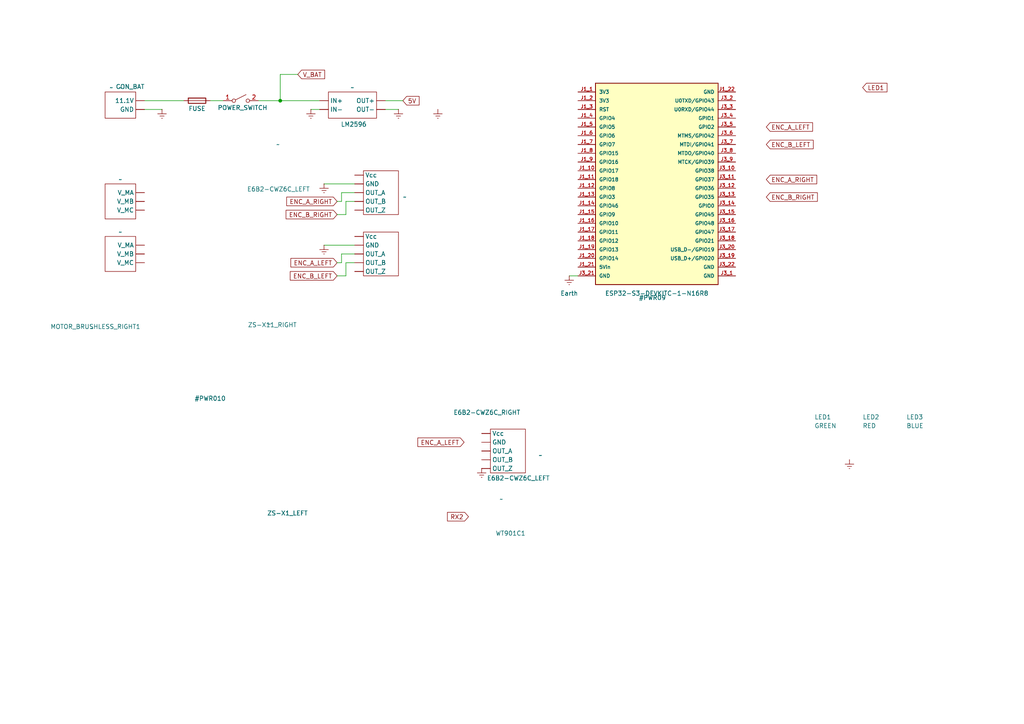
<source format=kicad_sch>
(kicad_sch (version 20250114) (generator "eeschema") (generator_version "9.0")
  (paper "A4")
  (lib_symbols
    (symbol "BRUSHLESS_MOTOR_1"
      (property "Reference" "BRUSHLESS_MOTOR" (at 0 0 0))
      (symbol "BRUSHLESS_MOTOR_1_0_1"
        (rectangle (start -5.08 -1.27) (end 3.81 -11.43))
      )
      (symbol "BRUSHLESS_MOTOR_1_1_1"
        (pin power_in line (at 6.35 -3.81 180) (length 2.54) (name "V_MA") (number ""))
        (pin power_in line (at 6.35 -6.35 180) (length 2.54) (name "V_MB") (number ""))
        (pin power_in line (at 6.35 -8.89 180) (length 2.54) (name "V_MC") (number ""))
      )
    )
    (symbol "Device:Fuse" (pin_numbers (hide yes)) (pin_names (offset 0))
      (property "Reference" "F" (at 2.032 0 90))
      (property "Value" "Fuse" (at -1.905 0 90))
      (symbol "Fuse_0_1"
        (rectangle (start -0.762 -2.54) (end 0.762 2.54) (stroke (width 0.254)))
        (polyline (pts (xy 0 2.54) (xy 0 -2.54)))
      )
      (symbol "Fuse_1_1"
        (pin passive line (at 0 3.81 270) (length 1.27) (name "~") (number "1"))
        (pin passive line (at 0 -3.81 90) (length 1.27) (name "~") (number "2"))
      )
    )
    (symbol "E6B2-CWZ6C_1"
      (property "Reference" "E6B2-CWZ6C" (at -0.254 0.254 0))
      (property "Value" "~" (at 0 0 0))
      (symbol "E6B2-CWZ6C_1_0_1"
        (rectangle (start -5.08 -1.27) (end 5.08 -13.97))
      )
      (symbol "E6B2-CWZ6C_1_1_1"
        (pin power_in line (at -7.62 -2.54 0) (length 2.54) (name "Vcc") (number ""))
        (pin power_in line (at -7.62 -5.08 0) (length 2.54) (name "GND") (number ""))
        (pin output line (at -7.62 -7.62 0) (length 2.54) (name "OUT_A") (number ""))
        (pin output line (at -7.62 -10.16 0) (length 2.54) (name "OUT_B") (number ""))
        (pin output line (at -7.62 -12.7 0) (length 2.54) (name "OUT_Z") (number ""))
      )
    )
    (symbol "ESP32-S3-DEVKITC-1-N8R2:ESP32-S3-DEVKITC-1-N16R8" (pin_names (offset 1.016))
      (property "Reference" "U" (at -17.78 35.56 0))
      (property "Value" "ESP32-S3-DEVKITC-1-N16R8" (at -14.224 -28.956 0))
      (symbol "ESP32-S3-DEVKITC-1-N16R8_0_0"
        (rectangle (start -17.78 33.02) (end 17.78 -25.4) (stroke (width 0.254)) (fill (type background)))
        (pin power_in line (at -22.86 30.48 0) (length 5.08) (name "3V3") (number "J1_1"))
        (pin power_in line (at -22.86 27.94 0) (length 5.08) (name "3V3") (number "J1_2"))
        (pin input line (at -22.86 25.4 0) (length 5.08) (name "RST") (number "J1_3"))
        (pin bidirectional line (at -22.86 22.86 0) (length 5.08) (name "GPIO4") (number "J1_4"))
        (pin bidirectional line (at -22.86 20.32 0) (length 5.08) (name "GPIO5") (number "J1_5"))
        (pin bidirectional line (at -22.86 17.78 0) (length 5.08) (name "GPIO6") (number "J1_6"))
        (pin bidirectional line (at -22.86 15.24 0) (length 5.08) (name "GPIO7") (number "J1_7"))
        (pin bidirectional line (at -22.86 12.7 0) (length 5.08) (name "GPIO15") (number "J1_8"))
        (pin bidirectional line (at -22.86 10.16 0) (length 5.08) (name "GPIO16") (number "J1_9"))
        (pin bidirectional line (at -22.86 7.62 0) (length 5.08) (name "GPIO17") (number "J1_10"))
        (pin bidirectional line (at -22.86 5.08 0) (length 5.08) (name "GPIO18") (number "J1_11"))
        (pin bidirectional line (at -22.86 2.54 0) (length 5.08) (name "GPIO8") (number "J1_12"))
        (pin bidirectional line (at -22.86 0 0) (length 5.08) (name "GPIO3") (number "J1_13"))
        (pin bidirectional line (at -22.86 -2.54 0) (length 5.08) (name "GPIO46") (number "J1_14"))
        (pin bidirectional line (at -22.86 -5.08 0) (length 5.08) (name "GPIO9") (number "J1_15"))
        (pin bidirectional line (at -22.86 -7.62 0) (length 5.08) (name "GPIO10") (number "J1_16"))
        (pin bidirectional line (at -22.86 -10.16 0) (length 5.08) (name "GPIO11") (number "J1_17"))
        (pin bidirectional line (at -22.86 -12.7 0) (length 5.08) (name "GPIO12") (number "J1_18"))
        (pin bidirectional line (at -22.86 -15.24 0) (length 5.08) (name "GPIO13") (number "J1_19"))
        (pin bidirectional line (at -22.86 -17.78 0) (length 5.08) (name "GPIO14") (number "J1_20"))
        (pin power_in line (at -22.86 -22.86 0) (length 5.08) (name "GND") (number "J3_21"))
        (pin power_in line (at 22.86 30.48 180) (length 5.08) (name "GND") (number "J1_22"))
        (pin bidirectional line (at 22.86 27.94 180) (length 5.08) (name "U0TXD/GPIO43") (number "J3_2"))
        (pin bidirectional line (at 22.86 25.4 180) (length 5.08) (name "U0RXD/GPIO44") (number "J3_3"))
        (pin bidirectional line (at 22.86 22.86 180) (length 5.08) (name "GPIO1") (number "J3_4"))
        (pin bidirectional line (at 22.86 20.32 180) (length 5.08) (name "GPIO2") (number "J3_5"))
        (pin bidirectional line (at 22.86 17.78 180) (length 5.08) (name "MTMS/GPIO42") (number "J3_6"))
        (pin bidirectional line (at 22.86 15.24 180) (length 5.08) (name "MTDI/GPIO41") (number "J3_7"))
        (pin bidirectional line (at 22.86 12.7 180) (length 5.08) (name "MTDO/GPIO40") (number "J3_8"))
        (pin bidirectional line (at 22.86 10.16 180) (length 5.08) (name "MTCK/GPIO39") (number "J3_9"))
        (pin bidirectional line (at 22.86 7.62 180) (length 5.08) (name "GPIO38") (number "J3_10"))
        (pin bidirectional line (at 22.86 5.08 180) (length 5.08) (name "GPIO37") (number "J3_11"))
        (pin bidirectional line (at 22.86 2.54 180) (length 5.08) (name "GPIO36") (number "J3_12"))
        (pin bidirectional line (at 22.86 0 180) (length 5.08) (name "GPIO35") (number "J3_13"))
        (pin bidirectional line (at 22.86 -2.54 180) (length 5.08) (name "GPIO0") (number "J3_14"))
        (pin bidirectional line (at 22.86 -5.08 180) (length 5.08) (name "GPIO45") (number "J3_15"))
        (pin bidirectional line (at 22.86 -7.62 180) (length 5.08) (name "GPIO48") (number "J3_16"))
        (pin bidirectional line (at 22.86 -10.16 180) (length 5.08) (name "GPIO47") (number "J3_17"))
        (pin bidirectional line (at 22.86 -12.7 180) (length 5.08) (name "GPIO21") (number "J3_18"))
        (pin bidirectional line (at 22.86 -15.24 180) (length 5.08) (name "USB_D-/GPIO19") (number "J3_20"))
        (pin bidirectional line (at 22.86 -17.78 180) (length 5.08) (name "USB_D+/GPIO20") (number "J3_19"))
        (pin power_in line (at 22.86 -20.32 180) (length 5.08) (name "GND") (number "J3_22"))
        (pin power_in line (at 22.86 -22.86 180) (length 5.08) (name "GND") (number "J3_1"))
      )
      (symbol "ESP32-S3-DEVKITC-1-N16R8_1_0"
        (pin power_in line (at -22.86 -20.32 0) (length 5.08) (name "5Vin") (number "J1_21"))
      )
    )
    (symbol "Switch:SW_DPST_x2" (pin_names (offset 0) (hide yes))
      (property "Reference" "SW" (at 0 3.175 0))
      (property "Value" "SW_DPST_x2" (at 0 -2.54 0))
      (symbol "SW_DPST_x2_0_0"
        (circle (center -2.032 0) (radius 0.508))
        (polyline (pts (xy -1.524 0.254) (xy 1.524 1.778)))
        (circle (center 2.032 0) (radius 0.508))
      )
      (symbol "SW_DPST_x2_1_1"
        (pin passive line (at -5.08 0 0) (length 2.54) (name "A") (number "1"))
        (pin passive line (at 5.08 0 180) (length 2.54) (name "B") (number "2"))
      )
      (symbol "SW_DPST_x2_2_1"
        (pin passive line (at -5.08 0 0) (length 2.54) (name "A") (number "3"))
        (pin passive line (at 5.08 0 180) (length 2.54) (name "B") (number "4"))
      )
    )
    (symbol "mario:BRUSHLESS_MOTOR"
      (property "Reference" "BRUSHLESS_MOTOR" (at 0 0 0))
      (symbol "BRUSHLESS_MOTOR_0_1"
        (rectangle (start -5.08 -1.27) (end 3.81 -11.43))
      )
      (symbol "BRUSHLESS_MOTOR_1_1"
        (pin power_in line (at 6.35 -3.81 180) (length 2.54) (name "V_MA") (number ""))
        (pin power_in line (at 6.35 -6.35 180) (length 2.54) (name "V_MB") (number ""))
        (pin power_in line (at 6.35 -8.89 180) (length 2.54) (name "V_MC") (number ""))
      )
    )
    (symbol "mario:CON_BAT"
      (property "Reference" "CON_BAT" (at 0 0 0))
      (symbol "CON_BAT_0_1"
        (rectangle (start -5.08 -1.27) (end 3.81 -8.89))
      )
      (symbol "CON_BAT_1_1"
        (pin power_in line (at 6.35 -3.81 180) (length 2.54) (name "11.1V") (number ""))
        (pin power_in line (at 6.35 -6.35 180) (length 2.54) (name "GND") (number ""))
      )
    )
    (symbol "mario:E6B2-CWZ6C"
      (property "Reference" "E6B2-CWZ6C" (at -0.254 0.254 0))
      (property "Value" "~" (at 0 0 0))
      (symbol "E6B2-CWZ6C_0_1"
        (rectangle (start -5.08 -1.27) (end 5.08 -13.97))
      )
      (symbol "E6B2-CWZ6C_1_1"
        (pin power_in line (at -7.62 -2.54 0) (length 2.54) (name "Vcc") (number ""))
        (pin power_in line (at -7.62 -5.08 0) (length 2.54) (name "GND") (number ""))
        (pin output line (at -7.62 -7.62 0) (length 2.54) (name "OUT_A") (number ""))
        (pin output line (at -7.62 -10.16 0) (length 2.54) (name "OUT_B") (number ""))
        (pin output line (at -7.62 -12.7 0) (length 2.54) (name "OUT_Z") (number ""))
      )
    )
    (symbol "mario:LM295"
      (property "Reference" "LM295" (at 2.032 -1.524 0))
      (symbol "LM295_0_1"
        (rectangle (start -5.08 -2.54) (end 8.89 -10.16))
      )
      (symbol "LM295_1_1"
        (pin power_in line (at -7.62 -5.08 0) (length 2.54) (name "IN+") (number ""))
        (pin power_in line (at -7.62 -7.62 0) (length 2.54) (name "IN-") (number ""))
        (pin power_in line (at 11.43 -5.08 180) (length 2.54) (name "OUT+") (number ""))
        (pin power_in line (at 11.43 -7.62 180) (length 2.54) (name "OUT-") (number ""))
      )
    )
    (symbol "power:Earth" (power) (pin_numbers (hide yes)) (pin_names (offset 0) (hide yes))
      (property "Value" "Earth" (at 0 -3.81 0))
      (symbol "Earth_0_1"
        (polyline (pts (xy -0.635 -1.905) (xy 0.635 -1.905)))
        (polyline (pts (xy -0.127 -2.54) (xy 0.127 -2.54)))
        (polyline (pts (xy 0 -1.27) (xy 0 0)))
        (polyline (pts (xy 1.27 -1.27) (xy -1.27 -1.27)))
      )
      (symbol "Earth_1_1"
        (pin power_in line (at 0 0 270) (length 0) (name "~") (number "1"))
      )
    )
  )
  (junction (at 81.28 29.21))
  (wire (pts (xy 86.36 21.59) (xy 81.28 21.59)))
  (wire (pts (xy 99.06 73.66) (xy 102.87 73.66)))
  (wire (pts (xy 102.87 58.42) (xy 100.33 58.42)))
  (wire (pts (xy 81.28 21.59) (xy 81.28 29.21)))
  (wire (pts (xy 100.33 58.42) (xy 100.33 62.23)))
  (wire (pts (xy 93.98 53.34) (xy 102.87 53.34)))
  (wire (pts (xy 41.91 31.75) (xy 46.99 31.75)))
  (wire (pts (xy 74.93 29.21) (xy 81.28 29.21)))
  (wire (pts (xy 90.17 31.75) (xy 92.71 31.75)))
  (wire (pts (xy 99.06 55.88) (xy 102.87 55.88)))
  (wire (pts (xy 41.91 29.21) (xy 53.34 29.21)))
  (wire (pts (xy 100.33 76.2) (xy 100.33 80.01)))
  (wire (pts (xy 93.98 71.12) (xy 102.87 71.12)))
  (wire (pts (xy 97.79 80.01) (xy 100.33 80.01)))
  (wire (pts (xy 100.33 62.23) (xy 97.79 62.23)))
  (wire (pts (xy 111.76 29.21) (xy 116.84 29.21)))
  (wire (pts (xy 97.79 76.2) (xy 99.06 76.2)))
  (wire (pts (xy 102.87 76.2) (xy 100.33 76.2)))
  (wire (pts (xy 111.76 31.75) (xy 115.57 31.75)))
  (wire (pts (xy 60.96 29.21) (xy 64.77 29.21)))
  (wire (pts (xy 81.28 29.21) (xy 92.71 29.21)))
  (wire (pts (xy 99.06 58.42) (xy 99.06 55.88)))
  (wire (pts (xy 165.1 80.01) (xy 167.64 80.01)))
  (wire (pts (xy 97.79 58.42) (xy 99.06 58.42)))
  (wire (pts (xy 99.06 76.2) (xy 99.06 73.66)))
  (global_label "ENC_A_LEFT" (shape input) (at 97.79 76.2 180) (property "Intersheetrefs" "${INTERSHEET_REFS}" (effects (hide yes))))
  (global_label "ENC_A_RIGHT" (shape input) (at 222.25 52.07 0) (property "Intersheetrefs" "${INTERSHEET_REFS}" (effects (hide yes))))
  (global_label "ENC_B_LEFT" (shape input) (at 97.79 80.01 180) (property "Intersheetrefs" "${INTERSHEET_REFS}" (effects (hide yes))))
  (global_label "5V" (shape input) (at 116.84 29.21 0) (property "Intersheetrefs" "${INTERSHEET_REFS}" (effects (hide yes))))
  (global_label "V_BAT" (shape input) (at 86.36 21.59 0) (property "Intersheetrefs" "${INTERSHEET_REFS}" (effects (hide yes))))
  (global_label "ENC_A_RIGHT" (shape input) (at 97.79 58.42 180) (property "Intersheetrefs" "${INTERSHEET_REFS}" (effects (hide yes))))
  (global_label "ENC_B_RIGHT" (shape input) (at 97.79 62.23 180) (property "Intersheetrefs" "${INTERSHEET_REFS}" (effects (hide yes))))
  (global_label "ENC_A_LEFT" (shape input) (at 222.25 36.83 0) (property "Intersheetrefs" "${INTERSHEET_REFS}" (effects (hide yes))))
  (global_label "ENC_B_RIGHT" (shape input) (at 222.25 57.15 0) (property "Intersheetrefs" "${INTERSHEET_REFS}" (effects (hide yes))))
  (global_label "ENC_B_LEFT" (shape input) (at 222.25 41.91 0) (property "Intersheetrefs" "${INTERSHEET_REFS}" (effects (hide yes))))
  (global_label "LED1" (shape input) (at 250.19 25.4 0) (property "Intersheetrefs" "${INTERSHEET_REFS}" (effects (hide yes))))
  (global_label "RX2" (shape input) (at 135.89 149.86 180) (property "Intersheetrefs" "${INTERSHEET_REFS}" (effects (hide yes))))
  (global_label "ENC_A_LEFT" (shape input) (at 134.62 128.27 180) (property "Intersheetrefs" "${INTERSHEET_REFS}" (effects (hide yes))))
  (symbol (lib_id "mario:WT901C") (at 146.05 143.51 0) (unit 1)
    (property "Reference" "WT901C1" (at 148.082 154.686 0))
    (property "Value" "~" (at 145.415 144.78 0))
  )
  (symbol (lib_id "mario:MC6RE") (at 196.85 115.57 0) (unit 1)
    (property "Reference" "RECEIVER_MC6RE1" (at 188.722 107.696 0))
    (property "Value" "~" (at 188.595 107.95 0))
  )
  (symbol (lib_name "MOTOR_BRUSSLESS_2") (lib_id "mario:MOTOR_BRUSSLESS") (at 29.21 92.71 0) (unit 1)
    (property "Reference" "MOTOR_BRUSHLESS_RIGHT1" (at 27.686 94.742 0))
    (property "Value" "~" (at 26.67 95.25 0))
  )
  (symbol (lib_name "MOTOR_BRUSSLESS_1") (lib_id "mario:MOTOR_BRUSSLESS") (at 27.94 147.32 0) (unit 1)
    (property "Reference" "MOTOR_BRUSHLESS_LEFT1" (at 26.416 149.352 0))
    (property "Value" "~" (at 25.4 149.86 0))
  )
  (symbol (lib_id "ESP32-S3-DEVKITC-1-N8R2:ESP32-S3-DEVKITC-1-N16R8") (at 190.5 57.15 0) (unit 1)
    (property "Reference" "U1" (effects (hide yes)))
    (property "Value" "ESP32-S3-DEVKITC-1-N16R8" (at 190.5 85.09 0))
    (property "Footprint" "ESP32-S3-DEVKITC-1-N8R2:XCVR_ESP32-S3-DEVKITC-1-N8R2" (effects (hide yes)))
    (property "MF" "Espressif Systems" (effects (hide yes)))
    (property "Description_1" "WiFi Development Tools - 802.11 ESP32-S3 general-purpose development board, embeds ESP32-S3-WROOM-1-N8R2, with pin header" (effects (hide yes)))
    (property "Package" "None" (effects (hide yes)))
    (property "Price" "None" (effects (hide yes)))
    (property "Check_prices" "https://www.snapeda.com/parts/ESP32-S3-DEVKITC-1-N8R2/Espressif+Systems/view-part/?ref=eda" (effects (hide yes)))
    (property "STANDARD" "Manufacturer Recommendations" (effects (hide yes)))
    (property "PARTREV" "V1" (effects (hide yes)))
    (property "SnapEDA_Link" "https://www.snapeda.com/parts/ESP32-S3-DEVKITC-1-N8R2/Espressif+Systems/view-part/?ref=snap" (effects (hide yes)))
    (property "MP" "ESP32-S3-DEVKITC-1-N8R2" (effects (hide yes)))
    (property "Availability" "In Stock" (effects (hide yes)))
    (property "MANUFACTURER" "Espressif" (effects (hide yes)))
  )
  (symbol (lib_name "BRUSHLESS_MOTOR_1") (lib_id "mario:BRUSHLESS_MOTOR") (at 35.56 67.31 0) (unit 1)
    (property "Reference" "#PWR09" (at 189.23 86.36 0))
    (property "Value" "~" (at 34.925 67.31 0))
  )
  (symbol (lib_id "power:Earth") (at 127 31.75 0) (unit 1)
    (property "Reference" "#PWR04" (effects (hide yes)))
    (property "Value" "Earth" (effects (hide yes)))
    (property "Description" "Power symbol creates a global label with name \"Earth\"" (effects (hide yes)))
  )
  (symbol (lib_id "mario:BRUSHLESS_MOTOR") (at 35.56 52.07 0) (unit 1)
    (property "Reference" "E6B2-CWZ6C_RIGHT" (at 141.224 119.634 0))
    (property "Value" "~" (at 34.925 52.07 0))
  )
  (symbol (lib_id "power:Earth") (at 115.57 31.75 0) (unit 1)
    (property "Reference" "#PWR08" (effects (hide yes)))
    (property "Value" "Earth" (effects (hide yes)))
    (property "Description" "Power symbol creates a global label with name \"Earth\"" (effects (hide yes)))
  )
  (symbol (lib_id "Device:LED") (at 259.08 120.65 90) (unit 1)
    (property "Reference" "LED3" (at 262.89 120.9674 90) (effects (justify right)))
    (property "Value" "BLUE" (at 262.89 123.5074 90) (effects (justify right)))
    (property "Description" "Light emitting diode" (effects (hide yes)))
    (property "Sim.Pins" "1=K 2=A" (effects (hide yes)))
  )
  (symbol (lib_id "power:Earth") (at 165.1 80.01 0) (unit 1)
    (property "Reference" "#PWR06" (effects (hide yes)))
    (property "Value" "Earth" (at 165.1 85.09 0))
    (property "Description" "Power symbol creates a global label with name \"Earth\"" (effects (hide yes)))
  )
  (symbol (lib_id "Switch:SW_DPST_x2") (at 69.85 29.21 0) (unit 1)
    (property "Reference" "SW1" (effects (hide yes)))
    (property "Value" "POWER_SWITCH" (at 70.358 31.242 0))
    (property "Description" "Single Pole Single Throw (SPST) switch, separate symbol" (effects (hide yes)))
  )
  (symbol (lib_id "power:Earth") (at 246.38 133.35 0) (unit 1)
    (property "Reference" "#PWR012" (effects (hide yes)))
    (property "Value" "Earth" (effects (hide yes)))
    (property "Description" "Power symbol creates a global label with name \"Earth\"" (effects (hide yes)))
  )
  (symbol (lib_id "Device:Fuse") (at 57.15 29.21 90) (unit 1)
    (property "Reference" "F1" (effects (hide yes)))
    (property "Value" "FUSE" (at 57.15 31.496 90))
    (property "Description" "Fuse" (effects (hide yes)))
  )
  (symbol (lib_id "mario:E6B2-CWZ6C") (at 110.49 48.26 0) (unit 1)
    (property "Reference" "ZS-X1_LEFT" (at 77.47 148.844 0) (effects (justify left)))
    (property "Value" "~" (at 116.84 57.15 0) (effects (justify left)))
  )
  (symbol (lib_name "E6B2-CWZ6C_1") (lib_id "mario:E6B2-CWZ6C") (at 110.49 66.04 0) (unit 1)
    (property "Reference" "CON_BAT" (at 33.528 25.146 0) (effects (justify left)))
    (property "Value" "~" (at 31.75 25.4 0) (effects (justify left)))
  )
  (symbol (lib_id "Device:LED") (at 232.41 120.65 90) (unit 1)
    (property "Reference" "LED1" (at 236.22 120.9674 90) (effects (justify right)))
    (property "Value" "GREEN" (at 236.22 123.5074 90) (effects (justify right)))
    (property "Description" "Light emitting diode" (effects (hide yes)))
    (property "Sim.Pins" "1=K 2=A" (effects (hide yes)))
  )
  (symbol (lib_id "mario:SEN0291") (at 78.74 39.37 0) (unit 1)
    (property "Reference" "E6B2-CWZ6C_LEFT" (at 80.772 54.864 0))
    (property "Value" "~" (at 80.645 41.91 0))
  )
  (symbol (lib_id "mario:LM295") (at 100.33 24.13 0) (unit 1)
    (property "Reference" "LM2596" (at 102.616 36.068 0))
    (property "Value" "~" (at 102.235 25.4 0))
  )
  (symbol (lib_id "mario:CON_BAT") (at 35.56 25.4 0) (unit 1)
    (property "Reference" "#PWR010" (at 60.96 115.57 0))
    (property "Value" "~" (at 34.925 25.4 0))
  )
  (symbol (lib_id "power:Earth") (at 46.99 31.75 0) (unit 1)
    (property "Reference" "#PWR07" (effects (hide yes)))
    (property "Value" "Earth" (effects (hide yes)))
    (property "Description" "Power symbol creates a global label with name \"Earth\"" (effects (hide yes)))
  )
  (symbol (lib_id "power:Earth") (at 93.98 71.12 0) (unit 1)
    (property "Reference" "#PWR09" (effects (hide yes)))
    (property "Value" "Earth" (effects (hide yes)))
    (property "Description" "Power symbol creates a global label with name \"Earth\"" (effects (hide yes)))
  )
  (symbol (lib_id "Device:LED") (at 246.38 120.65 90) (unit 1)
    (property "Reference" "LED2" (at 250.19 120.9674 90) (effects (justify right)))
    (property "Value" "RED" (at 250.19 123.5074 90) (effects (justify right)))
    (property "Description" "Light emitting diode" (effects (hide yes)))
    (property "Sim.Pins" "1=K 2=A" (effects (hide yes)))
  )
  (symbol (lib_id "power:Earth") (at 93.98 53.34 0) (unit 1)
    (property "Reference" "#PWR011" (effects (hide yes)))
    (property "Value" "Earth" (effects (hide yes)))
    (property "Description" "Power symbol creates a global label with name \"Earth\"" (effects (hide yes)))
  )
  (symbol (lib_name "E6B2-CWZ6C_1") (lib_id "mario:E6B2-CWZ6C") (at 147.32 123.19 0) (unit 1)
    (property "Reference" "E6B2-CWZ6C_LEFT" (at 141.224 138.684 0) (effects (justify left)))
    (property "Value" "~" (at 156.21 132.08 0) (effects (justify left)))
  )
  (symbol (lib_id "power:Earth") (at 139.7 135.89 0) (unit 1)
    (property "Reference" "#PWR07" (effects (hide yes)))
    (property "Value" "Earth" (effects (hide yes)))
    (property "Description" "Power symbol creates a global label with name \"Earth\"" (effects (hide yes)))
  )
  (symbol (lib_id "mario:ZS-X11") (at 87.63 92.71 0) (unit 1)
    (property "Reference" "ZS-X11_RIGHT" (at 78.994 94.234 0))
    (property "Value" "~" (at 78.105 93.98 0))
  )
  (symbol (lib_id "power:Earth") (at 90.17 31.75 0) (unit 1)
    (property "Reference" "#PWR04" (effects (hide yes)))
    (property "Value" "Earth" (effects (hide yes)))
    (property "Description" "Power symbol creates a global label with name \"Earth\"" (effects (hide yes)))
  )
)
</source>
